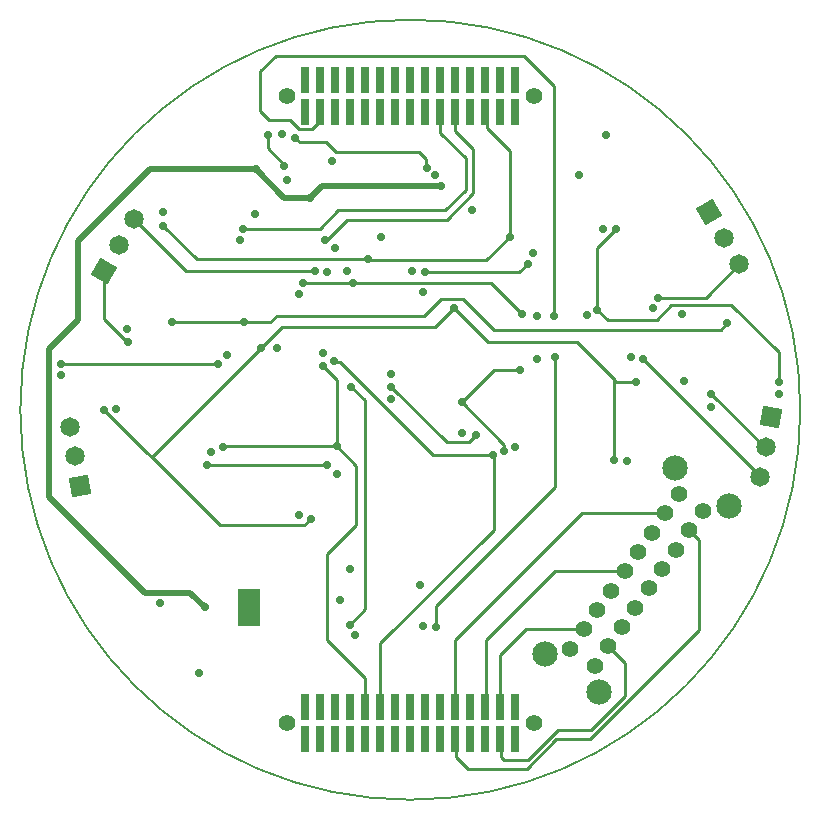
<source format=gbl>
G04*
G04 #@! TF.GenerationSoftware,Altium Limited,Altium Designer,22.3.1 (43)*
G04*
G04 Layer_Physical_Order=4*
G04 Layer_Color=16711680*
%FSLAX25Y25*%
%MOIN*%
G70*
G04*
G04 #@! TF.SameCoordinates,26406105-7067-4880-9C5C-2A59F93044AC*
G04*
G04*
G04 #@! TF.FilePolarity,Positive*
G04*
G01*
G75*
%ADD14C,0.00500*%
%ADD66C,0.01000*%
%ADD67C,0.02000*%
%ADD68C,0.05512*%
%ADD69P,0.09187X4X165.0*%
%ADD70C,0.06496*%
%ADD71P,0.09187X4X285.0*%
%ADD72P,0.09187X4X325.0*%
%ADD73P,0.09187X4X125.0*%
%ADD74C,0.08465*%
%ADD75C,0.02800*%
%ADD82R,0.02913X0.08740*%
G36*
X696214Y370675D02*
X688930D01*
Y382880D01*
X696214D01*
Y370675D01*
D02*
G37*
D14*
X876400Y442700D02*
G03*
X876400Y442700I-130000J0D01*
G01*
D66*
X716319Y503063D02*
X722388Y509132D01*
X758057D02*
X764943Y516018D01*
X722388Y509132D02*
X758057D01*
X690508Y503063D02*
X716319D01*
X718487Y499374D02*
X725173Y506060D01*
X758548D02*
X767456Y514968D01*
X725173Y506060D02*
X758548D01*
X718057Y499374D02*
X718487D01*
X749447Y528573D02*
X751790Y526230D01*
Y523753D02*
X752134Y523409D01*
X751790Y523753D02*
Y526230D01*
X767456Y514968D02*
Y529586D01*
X764943Y516018D02*
Y526442D01*
X710541Y484951D02*
X727269D01*
X773272D02*
X783770Y474453D01*
X727269Y484951D02*
X773272D01*
X659916Y427192D02*
X660655D01*
X703603Y470139D01*
X658693Y428414D02*
X659916Y427192D01*
X682938Y404169D01*
X703603Y470139D02*
X754473D01*
X699602Y471868D02*
X701827Y474093D01*
X691033Y471868D02*
X699602D01*
X666870D02*
X691033D01*
X704431Y523949D02*
Y524236D01*
X698822Y529845D02*
X704431Y524236D01*
X696237Y555445D02*
X701476Y560684D01*
X696237Y542368D02*
Y555445D01*
Y542368D02*
X699278Y539326D01*
X706235D02*
X709405Y536156D01*
X708034Y533428D02*
X709546Y531917D01*
X699278Y539326D02*
X706235D01*
X707932Y533428D02*
X708034D01*
X709405Y536156D02*
X713643D01*
X716400Y538913D02*
Y541826D01*
X713643Y536156D02*
X716400Y538913D01*
X701476Y560684D02*
X784189D01*
X709546Y531917D02*
X718411D01*
X658365Y428743D02*
X658693Y428414D01*
X711015Y404169D02*
X713219Y406373D01*
X682938Y404169D02*
X711015D01*
X758537Y431880D02*
X765865D01*
X740082Y450334D02*
X758537Y431880D01*
X765865D02*
X768353Y434368D01*
X828484Y472583D02*
X833454Y477553D01*
X812137Y472583D02*
X828484D01*
X808779Y475940D02*
X812137Y472583D01*
X833454Y477553D02*
X853453D01*
X808779Y496594D02*
X815053Y502868D01*
X808779Y475940D02*
Y496594D01*
X771766Y492488D02*
X779708Y500430D01*
X732517Y492488D02*
X771766D01*
X763549Y445152D02*
X774413Y456017D01*
X783057D01*
X763549Y445152D02*
X777768Y430932D01*
Y428831D02*
Y430932D01*
X718761Y366030D02*
X731400Y353391D01*
Y343574D02*
Y353391D01*
X718761Y366030D02*
Y394524D01*
X728406Y404169D01*
Y424003D01*
X721869Y430540D02*
X728406Y424003D01*
X718411Y531917D02*
X721755Y528573D01*
X749447D01*
X731188Y376133D02*
Y445807D01*
X726661Y450334D02*
X731188Y445807D01*
X726155Y371100D02*
X731188Y376133D01*
X771935Y536542D02*
Y541291D01*
Y536542D02*
X779708Y528769D01*
Y500430D02*
Y528769D01*
X771400Y541826D02*
X771935Y541291D01*
X644273Y473079D02*
Y488916D01*
X651952Y465401D02*
X652416D01*
X644273Y473079D02*
X651952Y465401D01*
X739943Y450334D02*
X740082D01*
X732172Y492832D02*
X732517Y492488D01*
X675199Y492832D02*
X732172D01*
X701827Y474093D02*
X750995D01*
X756615Y479713D02*
X764077D01*
X750995Y474093D02*
X756615Y479713D01*
X754473Y470139D02*
X760947Y476613D01*
X764077Y479713D02*
X774463Y469327D01*
X751266Y488464D02*
X782729D01*
X654273Y506236D02*
X671594Y488916D01*
X664059Y503972D02*
X675199Y492832D01*
X782729Y488464D02*
X785535Y491270D01*
X671594Y488916D02*
X714743D01*
X853453Y477553D02*
X869203Y461803D01*
X846770Y448080D02*
X864571Y430279D01*
X864870D01*
X814137Y452196D02*
X814529Y452588D01*
X814137Y425817D02*
Y452196D01*
X824106Y459483D02*
Y459507D01*
X863133Y420431D02*
Y420455D01*
X824106Y459483D02*
X863133Y420455D01*
X829014Y480058D02*
X844822D01*
X855912Y491148D01*
X774463Y469327D02*
X849815D01*
X852078Y471590D01*
X721072Y459035D02*
X721353Y458755D01*
X722893D01*
X754117Y427532D01*
X774070D01*
X678668Y424215D02*
X718564D01*
X718564Y424215D01*
X678668Y424215D02*
X678668Y424215D01*
X869203Y451821D02*
Y461803D01*
X721869Y430540D02*
Y452738D01*
X717321Y457286D02*
X721869Y452738D01*
X794376Y473798D02*
Y550497D01*
X630002Y458058D02*
X682180D01*
X754943Y377204D02*
X794521Y416782D01*
Y460353D01*
X760947Y476594D02*
X772268Y465273D01*
X801845D02*
X814529Y452588D01*
X772268Y465273D02*
X801845D01*
X784189Y560684D02*
X794376Y550497D01*
X774168Y402663D02*
Y427499D01*
X814529Y452588D02*
X815053Y452065D01*
X821728D01*
X644352Y442755D02*
X658365Y428743D01*
X684218Y430540D02*
X721869D01*
X684039Y430361D02*
X684218Y430540D01*
X756400Y534985D02*
Y541826D01*
Y534985D02*
X764943Y526442D01*
X698822Y529845D02*
Y534250D01*
X736400Y364895D02*
X774168Y402663D01*
X736400Y343574D02*
Y364895D01*
X754943Y370250D02*
Y377204D01*
X761400Y366028D02*
X803517Y408146D01*
X831383D01*
X771680Y343854D02*
Y365932D01*
X761400Y343574D02*
Y366028D01*
X771680Y365932D02*
X794543Y388795D01*
X817834D01*
X784876Y369445D02*
X804285D01*
X776400Y360969D02*
X784876Y369445D01*
X771400Y343574D02*
X771680Y343854D01*
X842613Y369133D02*
Y399333D01*
X806305Y332826D02*
X842613Y369133D01*
X795011Y332826D02*
X806305D01*
X795540Y335900D02*
X806535D01*
X817834Y347199D01*
Y358313D01*
X776400Y332826D02*
X776600Y332626D01*
Y326940D02*
Y332626D01*
X761656Y326956D02*
Y332570D01*
X761400Y332826D02*
X761656Y332570D01*
X776400Y343574D02*
Y360969D01*
X761400Y343574D02*
X761400Y343574D01*
X785539Y325900D02*
X795540Y335900D01*
X777640Y325900D02*
X785539D01*
X785185Y323000D02*
X795011Y332826D01*
X765612Y323000D02*
X785185D01*
X761656Y326956D02*
X765612Y323000D01*
X776600Y326940D02*
X777640Y325900D01*
X839445Y402500D02*
X842613Y399333D01*
X812347Y363800D02*
X817834Y358313D01*
X761400Y535642D02*
Y541826D01*
Y535642D02*
X767456Y529586D01*
D67*
X625902Y413722D02*
X657886Y381737D01*
X673085D01*
X678046Y376777D01*
X716849Y517379D02*
X756615D01*
X712903Y513433D02*
X716849Y517379D01*
X625902Y462894D02*
X635631Y472623D01*
X625902Y413722D02*
Y462894D01*
X659624Y523011D02*
X694852D01*
X635631Y499018D02*
X659624Y523011D01*
X635631Y472623D02*
Y499018D01*
X694852Y523011D02*
X704431Y513433D01*
X712903D01*
D68*
X705148Y338200D02*
D03*
X787652Y338200D02*
D03*
X843962Y408950D02*
D03*
X839445Y402500D02*
D03*
X834929Y396050D02*
D03*
X830413Y389600D02*
D03*
X825896Y383150D02*
D03*
X821380Y376700D02*
D03*
X816864Y370250D02*
D03*
X812347Y363800D02*
D03*
X807831Y357350D02*
D03*
X835899Y414596D02*
D03*
X831383Y408146D02*
D03*
X826867Y401696D02*
D03*
X822350Y395246D02*
D03*
X817834Y388795D02*
D03*
X813318Y382346D02*
D03*
X808801Y375896D02*
D03*
X804285Y369445D02*
D03*
X799769Y362996D02*
D03*
X705148Y547200D02*
D03*
X787652Y547200D02*
D03*
D69*
X845912Y508468D02*
D03*
D70*
X850912Y499808D02*
D03*
X855912Y491148D02*
D03*
X649273Y497576D02*
D03*
X654273Y506236D02*
D03*
X634703Y427192D02*
D03*
X632967Y437040D02*
D03*
X863133Y420431D02*
D03*
X864870Y430279D02*
D03*
D71*
X644273Y488916D02*
D03*
D72*
X636440Y417344D02*
D03*
D73*
X866606Y440127D02*
D03*
D74*
X852574Y410610D02*
D03*
X834514Y423256D02*
D03*
X791157Y361336D02*
D03*
X809217Y348690D02*
D03*
D75*
X736579Y500430D02*
D03*
X678046Y376777D02*
D03*
X692408Y372379D02*
D03*
X694496Y374809D02*
D03*
X690439D02*
D03*
X692572Y377859D02*
D03*
X694094Y381032D02*
D03*
X690604D02*
D03*
X676030Y355049D02*
D03*
X754790Y520979D02*
D03*
X752134Y523409D02*
D03*
X756615Y517379D02*
D03*
X766865Y509132D02*
D03*
X750602Y481851D02*
D03*
X702032Y463130D02*
D03*
X696653Y463422D02*
D03*
X704431Y523949D02*
D03*
X720333Y525611D02*
D03*
X707932Y533428D02*
D03*
X711400Y541826D02*
D03*
X703607Y534755D02*
D03*
X721400Y552574D02*
D03*
X727842Y367557D02*
D03*
X709186Y407600D02*
D03*
X788646Y459687D02*
D03*
X763682Y434980D02*
D03*
X827236Y476613D02*
D03*
X869313Y448080D02*
D03*
X746899Y488916D02*
D03*
X787215Y494771D02*
D03*
X722129Y421404D02*
D03*
X846770Y443641D02*
D03*
X820100Y460353D02*
D03*
X709186Y481374D02*
D03*
X725429Y488916D02*
D03*
X685428Y460863D02*
D03*
X629869Y454201D02*
D03*
X788646Y473798D02*
D03*
X805192Y474269D02*
D03*
X802509Y520913D02*
D03*
X810680Y502879D02*
D03*
X815053Y502868D02*
D03*
X664059Y508679D02*
D03*
X694740Y507929D02*
D03*
X718564Y488464D02*
D03*
X717324Y461748D02*
D03*
X679916Y428600D02*
D03*
X721371Y496594D02*
D03*
X763549Y445152D02*
D03*
X781400Y430279D02*
D03*
X783057Y456017D02*
D03*
X705148Y519362D02*
D03*
X726155Y389600D02*
D03*
X723058Y379335D02*
D03*
X750575Y370675D02*
D03*
X776400Y332826D02*
D03*
X781400Y332826D02*
D03*
Y343574D02*
D03*
X776400D02*
D03*
X771400D02*
D03*
X766400D02*
D03*
X761400Y343574D02*
D03*
X756400Y343574D02*
D03*
X751400D02*
D03*
X771400Y332826D02*
D03*
X766400D02*
D03*
X761400D02*
D03*
X756400D02*
D03*
X751400Y332826D02*
D03*
X746400Y332826D02*
D03*
Y343574D02*
D03*
X716400D02*
D03*
X721400D02*
D03*
X726400D02*
D03*
X731400D02*
D03*
X736400D02*
D03*
X741400D02*
D03*
Y332826D02*
D03*
X736400Y332826D02*
D03*
X731400Y332826D02*
D03*
X726400Y332826D02*
D03*
X721400Y332826D02*
D03*
X716400D02*
D03*
X711400Y332826D02*
D03*
X711400Y343574D02*
D03*
X731400Y541826D02*
D03*
X736400D02*
D03*
X741400D02*
D03*
X746400D02*
D03*
X751400D02*
D03*
X756400D02*
D03*
X761400D02*
D03*
X766400D02*
D03*
X771400D02*
D03*
X776400D02*
D03*
X781400D02*
D03*
Y552574D02*
D03*
X776400Y552574D02*
D03*
X771400Y552574D02*
D03*
X766400D02*
D03*
X761400D02*
D03*
X756400D02*
D03*
X751400Y552574D02*
D03*
X746400Y552574D02*
D03*
X741400D02*
D03*
X736400Y552574D02*
D03*
X731400Y552574D02*
D03*
X726400D02*
D03*
Y541826D02*
D03*
X721400D02*
D03*
X716400Y552574D02*
D03*
Y541826D02*
D03*
X711400Y552574D02*
D03*
X651986Y469752D02*
D03*
X739873Y446160D02*
D03*
X739943Y450334D02*
D03*
X740106Y454558D02*
D03*
X749572Y384158D02*
D03*
X662942Y378137D02*
D03*
X751266Y488464D02*
D03*
X727269Y484951D02*
D03*
X714743Y488916D02*
D03*
X710541Y484951D02*
D03*
X648437Y443054D02*
D03*
X837125Y474453D02*
D03*
X837473Y452196D02*
D03*
X818574Y425734D02*
D03*
X814137Y425817D02*
D03*
X846770Y448080D02*
D03*
X824106Y459507D02*
D03*
X829014Y480058D02*
D03*
X852078Y471590D02*
D03*
X785535Y491270D02*
D03*
X726661Y450334D02*
D03*
X718564Y424215D02*
D03*
X678668Y424215D02*
D03*
X652416Y465401D02*
D03*
X811641Y534299D02*
D03*
X779708Y500430D02*
D03*
X732172Y492832D02*
D03*
X664059Y503972D02*
D03*
X869203Y451821D02*
D03*
X783770Y474453D02*
D03*
X721072Y459035D02*
D03*
X717321Y457286D02*
D03*
X794376Y473798D02*
D03*
X808779Y475940D02*
D03*
X682180Y458058D02*
D03*
X630002D02*
D03*
X794521Y460353D02*
D03*
X760947Y476613D02*
D03*
X768353Y434368D02*
D03*
X777768Y428831D02*
D03*
X774070Y427532D02*
D03*
X691033Y471868D02*
D03*
X666870D02*
D03*
X726155Y371100D02*
D03*
X821728Y452065D02*
D03*
X684039Y430361D02*
D03*
X644352Y442755D02*
D03*
X713219Y406373D02*
D03*
X698822Y534250D02*
D03*
X754943Y370250D02*
D03*
X721869Y430540D02*
D03*
X718057Y499374D02*
D03*
X689758D02*
D03*
X690508Y503063D02*
D03*
X712903Y513433D02*
D03*
X694852Y523011D02*
D03*
D82*
X781400Y343574D02*
D03*
Y332826D02*
D03*
X776400Y343574D02*
D03*
Y332826D02*
D03*
X771400Y343574D02*
D03*
Y332826D02*
D03*
X766400Y343574D02*
D03*
Y332826D02*
D03*
X761400Y343574D02*
D03*
X761400Y332826D02*
D03*
X756400Y343574D02*
D03*
Y332826D02*
D03*
X751400Y343574D02*
D03*
X751400Y332826D02*
D03*
X746400Y343574D02*
D03*
Y332826D02*
D03*
X741400Y343574D02*
D03*
Y332826D02*
D03*
X736400Y343574D02*
D03*
X736400Y332826D02*
D03*
X731400Y343574D02*
D03*
Y332826D02*
D03*
X726400Y343574D02*
D03*
X726400Y332826D02*
D03*
X721400Y343574D02*
D03*
Y332826D02*
D03*
X716400Y343574D02*
D03*
Y332826D02*
D03*
X711400Y343574D02*
D03*
X711400Y332826D02*
D03*
X781400Y552574D02*
D03*
Y541826D02*
D03*
X776400Y552574D02*
D03*
Y541826D02*
D03*
X771400Y552574D02*
D03*
Y541826D02*
D03*
X766400Y552574D02*
D03*
Y541826D02*
D03*
X761400Y552574D02*
D03*
X761400Y541826D02*
D03*
X756400Y552574D02*
D03*
Y541826D02*
D03*
X751400Y552574D02*
D03*
X751400Y541826D02*
D03*
X746400Y552574D02*
D03*
Y541826D02*
D03*
X741400Y552574D02*
D03*
Y541826D02*
D03*
X736400Y552574D02*
D03*
X736400Y541826D02*
D03*
X731400Y552574D02*
D03*
Y541826D02*
D03*
X726400Y552574D02*
D03*
Y541826D02*
D03*
X721400Y552574D02*
D03*
Y541826D02*
D03*
X716400Y552574D02*
D03*
Y541826D02*
D03*
X711400Y552574D02*
D03*
Y541826D02*
D03*
M02*

</source>
